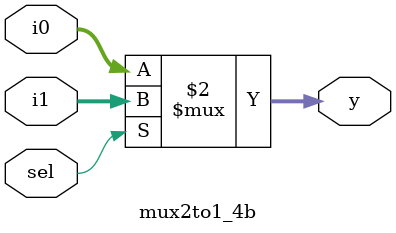
<source format=v>

module mux2to1_4b (i0, i1, sel, y);
  input [3:0] i0, i1;
  input sel;
  output [3:0] y;
  
  assign y = (sel==1'b1) ? i1 : i0;
  
endmodule

</source>
